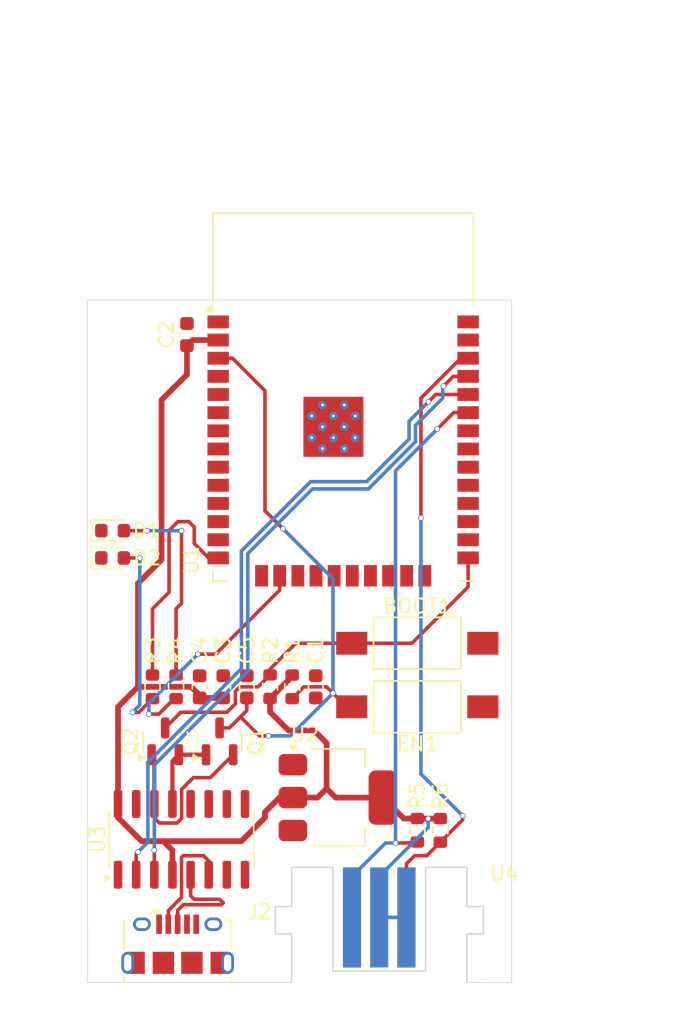
<source format=kicad_pcb>
(kicad_pcb (version 20240108) (generator "pcbnew") (generator_version "8.0")
  (layers (0 "F.Cu" signal) (31 "B.Cu" signal) (34 "B.Paste" user) (35 "F.Paste" user) (36 "B.SilkS" user "B.Silkscreen") (37 "F.SilkS" user "F.Silkscreen") (38 "B.Mask" user) (39 "F.Mask" user) (44 "Edge.Cuts" user))
  (net 0 "")
  (net 1 "GND")
  (net 2 "ESP32_IO0")
  (net 3 "+5V")
  (net 4 "+3V3")
  (net 5 "ESP32_EN")
  (net 6 "Net-(D1-A)")
  (net 7 "Net-(D2-A)")
  (net 8 "D-")
  (net 11 "D+")
  (net 12 "Net-(Q1-G)")
  (net 13 "Net-(Q1-S)")
  (net 14 "Net-(U1-IO12)")
  (net 15 "Net-(U1-IO13)")
  (net 16 "SDA")
  (net 17 "SCL")
  (net 34 "TX-PROG")
  (net 44 "RX-PROG")
  (footprint "Button_Switch_SMD:SW_SPST_FSMSM" (layer "F.Cu") (at 103.886 69.85)
    (property "Reference" "BOOT1" (at 0 -2.6 0) (layer "F.SilkS"))
    (property "Value" "SW_Push")
    (fp_line (start -3.06 -1.81) (end 3.06 -1.81) (stroke (width 0.12)) (layer "F.SilkS"))
    (fp_line (start -3.06 1.81) (end -3.06 -1.81) (stroke (width 0.12)) (layer "F.SilkS"))
    (fp_line (start 3.06 -1.81) (end 3.06 1.81) (stroke (width 0.12)) (layer "F.SilkS"))
    (fp_line (start 3.06 1.81) (end -3.06 1.81) (stroke (width 0.12)) (layer "F.SilkS"))
    (pad "1" smd rect (at -4.59 0) (size 2.18 1.6) (layers "F.Cu" "F.Paste" "F.Mask") (net 2 "ESP32_IO0"))
    (pad "2" smd rect (at 4.59 0) (size 2.18 1.6) (layers "F.Cu" "F.Paste" "F.Mask") (net 1 "GND"))
  )
  (footprint "Resistor_SMD:R_0603_1608Metric" (layer "F.Cu") (at 93.575194 72.886265 90)
    (property "Reference" "R2" (at 2.528265 0.023806 90) (layer "F.SilkS"))
    (property "Value" "R_Small")
    (fp_line (start -0.237258 -0.5225) (end 0.237258 -0.5225) (stroke (width 0.12)) (layer "F.SilkS"))
    (fp_line (start -0.237258 0.5225) (end 0.237258 0.5225) (stroke (width 0.12)) (layer "F.SilkS"))
    (pad "1" smd roundrect (at -0.825 0 90) (size 0.8 0.95) (layers "F.Cu" "F.Paste" "F.Mask") (net 4 "+3V3"))
    (pad "2" smd roundrect (at 0.825 0 90) (size 0.8 0.95) (layers "F.Cu" "F.Paste" "F.Mask") (net 2 "ESP32_IO0"))
  )
  (footprint "Package_TO_SOT_SMD:SOT-23" (layer "F.Cu") (at 90.043 76.708 90)
    (property "Reference" "Q1" (at 0 2.54 90) (layer "F.SilkS"))
    (property "Value" "BSS138")
    (fp_line (start 0 -1.56) (end 0.65 -1.56) (stroke (width 0.12)) (layer "F.SilkS"))
    (fp_line (start 0 -1.56) (end -0.65 -1.56) (stroke (width 0.12)) (layer "F.SilkS"))
    (fp_line (start 0 1.56) (end 0.65 1.56) (stroke (width 0.12)) (layer "F.SilkS"))
    (fp_line (start 0 1.56) (end -0.65 1.56) (stroke (width 0.12)) (layer "F.SilkS"))
    (fp_poly (pts (xy -1.1625 -1.51) (xy -1.4025 -1.84) (xy -0.9225 -1.84) (xy -1.1625 -1.51)) (stroke (width 0.12)) (fill solid) (layer "F.SilkS"))
    (pad "1" smd roundrect (at -0.9375 -0.95 90) (size 1.475 0.6) (layers "F.Cu" "F.Paste" "F.Mask") (net 12 "Net-(Q1-G)"))
    (pad "2" smd roundrect (at -0.9375 0.95 90) (size 1.475 0.6) (layers "F.Cu" "F.Paste" "F.Mask") (net 13 "Net-(Q1-S)"))
    (pad "3" smd roundrect (at 0.9375 0 90) (size 1.475 0.6) (layers "F.Cu" "F.Paste" "F.Mask") (net 5 "ESP32_EN"))
  )
  (footprint "Connector_USB:USB_Micro-B_Amphenol_10118194_Horizontal" (layer "F.Cu") (at 87.106 90.902)
    (property "Reference" "J2" (at 5.731 -2.256 0) (layer "F.SilkS"))
    (property "Value" "USB_B_Micro")
    (fp_line (start -3.76 -1.66) (end -3.34 -1.66) (stroke (width 0.12)) (layer "F.SilkS"))
    (fp_line (start -3.76 0.32) (end -3.76 -1.66) (stroke (width 0.12)) (layer "F.SilkS"))
    (fp_line (start -3.76 2.69) (end -3.76 2.29) (stroke (width 0.12)) (layer "F.SilkS"))
    (fp_line (start -1.76 -1.89) (end -1.76 -2.34) (stroke (width 0.12)) (layer "F.SilkS"))
    (fp_line (start -1.31 -2.34) (end -1.76 -2.34) (stroke (width 0.12)) (layer "F.SilkS"))
    (fp_line (start 3.76 -1.66) (end 3.34 -1.66) (stroke (width 0.12)) (layer "F.SilkS"))
    (fp_line (start 3.76 0.32) (end 3.76 -1.66) (stroke (width 0.12)) (layer "F.SilkS"))
    (fp_line (start 3.76 2.29) (end 3.76 2.69) (stroke (width 0.12)) (layer "F.SilkS"))
    (pad "1" smd rect (at -1.3 -1.4) (size 0.4 1.35) (layers "F.Cu" "F.Paste" "F.Mask") (net 3 "+5V"))
    (pad "2" smd rect (at -0.65 -1.4) (size 0.4 1.35) (layers "F.Cu" "F.Paste" "F.Mask") (net 8 "D-"))
    (pad "3" smd rect (at 0 -1.4) (size 0.4 1.35) (layers "F.Cu" "F.Paste" "F.Mask") (net 11 "D+"))
    (pad "4" smd rect (at 0.65 -1.4) (size 0.4 1.35) (layers "F.Cu" "F.Paste" "F.Mask"))
    (pad "5" smd rect (at 1.3 -1.4) (size 0.4 1.35) (layers "F.Cu" "F.Paste" "F.Mask") (net 1 "GND"))
    (pad "6" thru_hole oval (at -3.5 1.3) (size 0.89 1.55) (drill oval 0.5 1.15) (layers "*.Cu" "*.Mask"))
    (pad "6" smd rect (at -2.9 1.3) (size 1.2 1.55) (layers "F.Cu" "F.Paste" "F.Mask"))
    (pad "6" thru_hole oval (at -2.5 -1.4) (size 1.25 0.95) (drill oval 0.85 0.55) (layers "*.Cu" "*.Mask"))
    (pad "6" smd rect (at -1 1.3) (size 1.5 1.55) (layers "F.Cu" "F.Paste" "F.Mask"))
    (pad "6" smd rect (at 1 1.3) (size 1.5 1.55) (layers "F.Cu" "F.Paste" "F.Mask"))
    (pad "6" thru_hole oval (at 2.5 -1.4) (size 1.25 0.95) (drill oval 0.85 0.55) (layers "*.Cu" "*.Mask"))
    (pad "6" smd rect (at 2.9 1.3) (size 1.2 1.55) (layers "F.Cu" "F.Paste" "F.Mask"))
    (pad "6" thru_hole oval (at 3.5 1.3) (size 0.89 1.55) (drill oval 0.5 1.15) (layers "*.Cu" "*.Mask"))
  )
  (footprint "Capacitor_SMD:C_0603_1608Metric" (layer "F.Cu") (at 88.646 72.898 90)
    (property "Reference" "C4" (at 2.54 0 90) (layer "F.SilkS"))
    (property "Value" "C")
    (fp_line (start -0.14058 -0.51) (end 0.14058 -0.51) (stroke (width 0.12)) (layer "F.SilkS"))
    (fp_line (start -0.14058 0.51) (end 0.14058 0.51) (stroke (width 0.12)) (layer "F.SilkS"))
    (pad "1" smd roundrect (at -0.775 0 90) (size 0.9 0.95) (layers "F.Cu" "F.Paste" "F.Mask") (net 4 "+3V3"))
    (pad "2" smd roundrect (at 0.775 0 90) (size 0.9 0.95) (layers "F.Cu" "F.Paste" "F.Mask") (net 1 "GND"))
  )
  (footprint "Button_Switch_SMD:SW_SPST_FSMSM" (layer "F.Cu") (at 103.886 74.295 180)
    (property "Reference" "EN1" (at 0 -2.6 360) (layer "F.SilkS"))
    (property "Value" "SW_Push")
    (fp_line (start 3.06 1.81) (end -3.06 1.81) (stroke (width 0.12)) (layer "F.SilkS"))
    (fp_line (start 3.06 -1.81) (end 3.06 1.81) (stroke (width 0.12)) (layer "F.SilkS"))
    (fp_line (start -3.06 1.81) (end -3.06 -1.81) (stroke (width 0.12)) (layer "F.SilkS"))
    (fp_line (start -3.06 -1.81) (end 3.06 -1.81) (stroke (width 0.12)) (layer "F.SilkS"))
    (pad "1" smd rect (at -4.59 0 180) (size 2.18 1.6) (layers "F.Cu" "F.Paste" "F.Mask") (net 1 "GND"))
    (pad "2" smd rect (at 4.59 0 180) (size 2.18 1.6) (layers "F.Cu" "F.Paste" "F.Mask") (net 5 "ESP32_EN"))
  )
  (footprint "LED_SMD:LED_0603_1608Metric" (layer "F.Cu") (at 82.55 61.976)
    (property "Reference" "D1" (at 2.3875 0 0) (layer "F.SilkS"))
    (property "Value" "LED")
    (fp_line (start -1.485 -0.735) (end -1.485 0.735) (stroke (width 0.12)) (layer "F.SilkS"))
    (fp_line (start -1.485 0.735) (end 0.8 0.735) (stroke (width 0.12)) (layer "F.SilkS"))
    (fp_line (start 0.8 -0.735) (end -1.485 -0.735) (stroke (width 0.12)) (layer "F.SilkS"))
    (pad "1" smd roundrect (at -0.7875 0) (size 0.875 0.95) (layers "F.Cu" "F.Paste" "F.Mask") (net 1 "GND"))
    (pad "2" smd roundrect (at 0.7875 0) (size 0.875 0.95) (layers "F.Cu" "F.Paste" "F.Mask") (net 6 "Net-(D1-A)"))
  )
  (footprint "LED_SMD:LED_0603_1608Metric" (layer "F.Cu") (at 82.55 63.881)
    (property "Reference" "D2" (at 2.413 0 360) (layer "F.SilkS"))
    (property "Value" "LED")
    (fp_line (start -1.485 -0.735) (end -1.485 0.735) (stroke (width 0.12)) (layer "F.SilkS"))
    (fp_line (start -1.485 0.735) (end 0.8 0.735) (stroke (width 0.12)) (layer "F.SilkS"))
    (fp_line (start 0.8 -0.735) (end -1.485 -0.735) (stroke (width 0.12)) (layer "F.SilkS"))
    (pad "1" smd roundrect (at -0.7875 0) (size 0.875 0.95) (layers "F.Cu" "F.Paste" "F.Mask") (net 1 "GND"))
    (pad "2" smd roundrect (at 0.7875 0) (size 0.875 0.95) (layers "F.Cu" "F.Paste" "F.Mask") (net 7 "Net-(D2-A)"))
  )
  (footprint "Resistor_SMD:R_0603_1608Metric" (layer "F.Cu") (at 85.344 72.898 -90)
    (property "Reference" "R3" (at -2.54 0 90) (layer "F.SilkS"))
    (property "Value" "R_Small")
    (fp_line (start -0.237258 0.5225) (end 0.237258 0.5225) (stroke (width 0.12)) (layer "F.SilkS"))
    (fp_line (start -0.237258 -0.5225) (end 0.237258 -0.5225) (stroke (width 0.12)) (layer "F.SilkS"))
    (pad "1" smd roundrect (at -0.825 0 270) (size 0.8 0.95) (layers "F.Cu" "F.Paste" "F.Mask") (net 14 "Net-(U1-IO12)"))
    (pad "2" smd roundrect (at 0.825 0 270) (size 0.8 0.95) (layers "F.Cu" "F.Paste" "F.Mask") (net 7 "Net-(D2-A)"))
  )
  (footprint "Capacitor_SMD:C_0603_1608Metric" (layer "F.Cu") (at 90.297 72.898 90)
    (property "Reference" "C3" (at 2.54 0 90) (layer "F.SilkS"))
    (property "Value" "C")
    (fp_line (start -0.14058 -0.51) (end 0.14058 -0.51) (stroke (width 0.12)) (layer "F.SilkS"))
    (fp_line (start -0.14058 0.51) (end 0.14058 0.51) (stroke (width 0.12)) (layer "F.SilkS"))
    (pad "1" smd roundrect (at -0.775 0 90) (size 0.9 0.95) (layers "F.Cu" "F.Paste" "F.Mask") (net 4 "+3V3"))
    (pad "2" smd roundrect (at 0.775 0 90) (size 0.9 0.95) (layers "F.Cu" "F.Paste" "F.Mask") (net 1 "GND"))
  )
  (footprint "wii:nunchuck" (layer "F.Cu") (at 103.124 89.027 180)
    (property "Reference" "U4" (at -6.858 3.048 360) (layer "F.SilkS"))
    (property "Value" "~")
    (fp_line (start 9.1878 0.7568) (end 9.1878 -1.1482) (stroke (width 0.1)) (layer "Edge.Cuts"))
    (fp_line (start 8.0378 3.5) (end 8.0378 0.7568) (stroke (width 0.1)) (layer "Edge.Cuts"))
    (fp_line (start 8.0378 0.7568) (end 9.1878 0.7568) (stroke (width 0.1)) (layer "Edge.Cuts"))
    (fp_line (start 8.0378 -1.1482) (end 9.1878 -1.1482) (stroke (width 0.1)) (layer "Edge.Cuts"))
    (fp_line (start 8.0378 -1.1482) (end 8.0378 -4.5432) (stroke (width 0.1)) (layer "Edge.Cuts"))
    (fp_line (start 5.15 3.5) (end 8.0378 3.5) (stroke (width 0.1)) (layer "Edge.Cuts"))
    (fp_line (start 5.15 -3.75) (end 5.15 3.5) (stroke (width 0.1)) (layer "Edge.Cuts"))
    (fp_line (start -1.35 3.5) (end -1.35 -3.75) (stroke (width 0.1)) (layer "Edge.Cuts"))
    (fp_line (start -1.35 3.5) (end -4.2378 3.5) (stroke (width 0.1)) (layer "Edge.Cuts"))
    (fp_line (start -1.35 -3.75) (end 5.15 -3.75) (stroke (width 0.1)) (layer "Edge.Cuts"))
    (fp_line (start -4.2378 3.5) (end -4.2378 0.7568) (stroke (width 0.1)) (layer "Edge.Cuts"))
    (fp_line (start -4.2378 0.7568) (end -5.3878 0.7568) (stroke (width 0.1)) (layer "Edge.Cuts"))
    (fp_line (start -4.2378 -1.1482) (end -4.2378 -4.5432) (stroke (width 0.1)) (layer "Edge.Cuts"))
    (fp_line (start -4.2378 -1.1482) (end -5.3878 -1.1482) (stroke (width 0.1)) (layer "Edge.Cuts"))
    (fp_line (start -5.3878 0.7568) (end -5.3878 -1.1482) (stroke (width 0.1)) (layer "Edge.Cuts"))
    (pad "1" connect rect (at 0 0 180) (size 1.27 7) (layers "B.Cu" "F.Mask") (net 4 "+3V3"))
    (pad "1" connect rect (at 1.905 0 180) (size 1.27 7) (layers "B.Cu" "F.Mask") (net 4 "+3V3"))
    (pad "2" connect rect (at 3.81 0 180) (size 1.27 7) (layers "F.Cu" "F.Mask") (net 1 "GND"))
    (pad "3" connect rect (at 3.81 0 180) (size 1.27 7) (layers "B.Cu" "F.Mask") (net 16 "SDA"))
    (pad "4" connect rect (at 0 0 180) (size 1.27 7) (layers "F.Cu" "F.Mask") (net 17 "SCL"))
  )
  (footprint "Resistor_SMD:R_0603_1608Metric" (layer "F.Cu") (at 103.886 82.931 90)
    (property "Reference" "R5" (at 2.413 0 90) (layer "F.SilkS"))
    (property "Value" "R_Small")
    (fp_line (start -0.237258 -0.5225) (end 0.237258 -0.5225) (stroke (width 0.12)) (layer "F.SilkS"))
    (fp_line (start -0.237258 0.5225) (end 0.237258 0.5225) (stroke (width 0.12)) (layer "F.SilkS"))
    (pad "1" smd roundrect (at -0.825 0 90) (size 0.8 0.95) (layers "F.Cu" "F.Paste" "F.Mask") (net 16 "SDA"))
    (pad "2" smd roundrect (at 0.825 0 90) (size 0.8 0.95) (layers "F.Cu" "F.Paste" "F.Mask") (net 4 "+3V3"))
  )
  (footprint "Capacitor_SMD:C_0603_1608Metric" (layer "F.Cu") (at 87.757 48.26 90)
    (property "Reference" "C2" (at 0 -1.43 90) (layer "F.SilkS"))
    (property "Value" "C")
    (fp_line (start -0.14058 -0.51) (end 0.14058 -0.51) (stroke (width 0.12)) (layer "F.SilkS"))
    (fp_line (start -0.14058 0.51) (end 0.14058 0.51) (stroke (width 0.12)) (layer "F.SilkS"))
    (pad "1" smd roundrect (at -0.775 0 90) (size 0.9 0.95) (layers "F.Cu" "F.Paste" "F.Mask") (net 4 "+3V3"))
    (pad "2" smd roundrect (at 0.775 0 90) (size 0.9 0.95) (layers "F.Cu" "F.Paste" "F.Mask") (net 1 "GND"))
  )
  (footprint "Capacitor_SMD:C_0603_1608Metric" (layer "F.Cu") (at 91.948 72.898 90)
    (property "Reference" "C5" (at 2.54 0 90) (layer "F.SilkS"))
    (property "Value" "C")
    (fp_line (start -0.14058 -0.51) (end 0.14058 -0.51) (stroke (width 0.12)) (layer "F.SilkS"))
    (fp_line (start -0.14058 0.51) (end 0.14058 0.51) (stroke (width 0.12)) (layer "F.SilkS"))
    (pad "1" smd roundrect (at -0.775 0 90) (size 0.9 0.95) (layers "F.Cu" "F.Paste" "F.Mask") (net 5 "ESP32_EN"))
    (pad "2" smd roundrect (at 0.775 0 90) (size 0.9 0.95) (layers "F.Cu" "F.Paste" "F.Mask") (net 1 "GND"))
  )
  (footprint "Package_TO_SOT_SMD:SOT-223-3_TabPin2" (layer "F.Cu") (at 98.323 80.645)
    (property "Reference" "U2" (at -2.311 -4.445 0) (layer "F.SilkS"))
    (property "Value" "AMS1117-3.3")
    (fp_line (start -1.85 -3.41) (end 1.91 -3.41) (stroke (width 0.12)) (layer "F.SilkS"))
    (fp_line (start -1.85 3.41) (end 1.91 3.41) (stroke (width 0.12)) (layer "F.SilkS"))
    (fp_line (start 1.91 -3.41) (end 1.91 -2.15) (stroke (width 0.12)) (layer "F.SilkS"))
    (fp_line (start 1.91 3.41) (end 1.91 2.15) (stroke (width 0.12)) (layer "F.SilkS"))
    (fp_poly (pts (xy -3.13 -3.31) (xy -3.37 -3.64) (xy -2.89 -3.64) (xy -3.13 -3.31)) (stroke (width 0.12)) (fill solid) (layer "F.SilkS"))
    (pad "1" smd roundrect (at -3.15 -2.3) (size 2 1.5) (layers "F.Cu" "F.Paste" "F.Mask") (net 1 "GND"))
    (pad "2" smd roundrect (at -3.15 0) (size 2 1.5) (layers "F.Cu" "F.Paste" "F.Mask") (net 4 "+3V3"))
    (pad "2" smd roundrect (at 3.15 0) (size 2 3.8) (layers "F.Cu" "F.Paste" "F.Mask") (net 4 "+3V3"))
    (pad "3" smd roundrect (at -3.15 2.3) (size 2 1.5) (layers "F.Cu" "F.Paste" "F.Mask") (net 3 "+5V"))
  )
  (footprint "Resistor_SMD:R_0603_1608Metric" (layer "F.Cu") (at 105.495277 82.939067 90)
    (property "Reference" "R6" (at 2.413 0 90) (layer "F.SilkS"))
    (property "Value" "R_Small")
    (fp_line (start -0.237258 -0.5225) (end 0.237258 -0.5225) (stroke (width 0.12)) (layer "F.SilkS"))
    (fp_line (start -0.237258 0.5225) (end 0.237258 0.5225) (stroke (width 0.12)) (layer "F.SilkS"))
    (pad "1" smd roundrect (at -0.825 0 90) (size 0.8 0.95) (layers "F.Cu" "F.Paste" "F.Mask") (net 17 "SCL"))
    (pad "2" smd roundrect (at 0.825 0 90) (size 0.8 0.95) (layers "F.Cu" "F.Paste" "F.Mask") (net 4 "+3V3"))
  )
  (footprint "Capacitor_SMD:C_0603_1608Metric" (layer "F.Cu") (at 96.774 72.898 90)
    (property "Reference" "C1" (at 2.527 0 90) (layer "F.SilkS"))
    (property "Value" "C")
    (fp_line (start -0.14058 -0.51) (end 0.14058 -0.51) (stroke (width 0.12)) (layer "F.SilkS"))
    (fp_line (start -0.14058 0.51) (end 0.14058 0.51) (stroke (width 0.12)) (layer "F.SilkS"))
    (pad "1" smd roundrect (at -0.775 0 90) (size 0.9 0.95) (layers "F.Cu" "F.Paste" "F.Mask") (net 3 "+5V"))
    (pad "2" smd roundrect (at 0.775 0 90) (size 0.9 0.95) (layers "F.Cu" "F.Paste" "F.Mask") (net 1 "GND"))
  )
  (footprint "Package_TO_SOT_SMD:SOT-23" (layer "F.Cu") (at 86.233 76.708 90)
    (property "Reference" "Q2" (at 0 -2.4 90) (layer "F.SilkS"))
    (property "Value" "BSS138")
    (fp_line (start 0 -1.56) (end 0.65 -1.56) (stroke (width 0.12)) (layer "F.SilkS"))
    (fp_line (start 0 -1.56) (end -0.65 -1.56) (stroke (width 0.12)) (layer "F.SilkS"))
    (fp_line (start 0 1.56) (end 0.65 1.56) (stroke (width 0.12)) (layer "F.SilkS"))
    (fp_line (start 0 1.56) (end -0.65 1.56) (stroke (width 0.12)) (layer "F.SilkS"))
    (fp_poly (pts (xy -1.1625 -1.51) (xy -1.4025 -1.84) (xy -0.9225 -1.84) (xy -1.1625 -1.51)) (stroke (width 0.12)) (fill solid) (layer "F.SilkS"))
    (pad "1" smd roundrect (at -0.9375 -0.95 90) (size 1.475 0.6) (layers "F.Cu" "F.Paste" "F.Mask") (net 13 "Net-(Q1-S)"))
    (pad "2" smd roundrect (at -0.9375 0.95 90) (size 1.475 0.6) (layers "F.Cu" "F.Paste" "F.Mask") (net 12 "Net-(Q1-G)"))
    (pad "3" smd roundrect (at 0.9375 0 90) (size 1.475 0.6) (layers "F.Cu" "F.Paste" "F.Mask") (net 2 "ESP32_IO0"))
  )
  (footprint "Resistor_SMD:R_0603_1608Metric" (layer "F.Cu") (at 86.995 72.898 90)
    (property "Reference" "R4" (at 2.54 0 90) (layer "F.SilkS"))
    (property "Value" "R_Small")
    (fp_line (start -0.237258 -0.5225) (end 0.237258 -0.5225) (stroke (width 0.12)) (layer "F.SilkS"))
    (fp_line (start -0.237258 0.5225) (end 0.237258 0.5225) (stroke (width 0.12)) (layer "F.SilkS"))
    (pad "1" smd roundrect (at -0.825 0 90) (size 0.8 0.95) (layers "F.Cu" "F.Paste" "F.Mask") (net 15 "Net-(U1-IO13)"))
    (pad "2" smd roundrect (at 0.825 0 90) (size 0.8 0.95) (layers "F.Cu" "F.Paste" "F.Mask") (net 6 "Net-(D1-A)"))
  )
  (footprint "Package_SO:SOIC-16_3.9x9.9mm_P1.27mm" (layer "F.Cu") (at 87.376 83.566 90)
    (property "Reference" "U3" (at 0 -5.9 90) (layer "F.SilkS"))
    (property "Value" "CH340C")
    (fp_line (start 0 -5.06) (end 1.95 -5.06) (stroke (width 0.12)) (layer "F.SilkS"))
    (fp_line (start 0 -5.06) (end -1.95 -5.06) (stroke (width 0.12)) (layer "F.SilkS"))
    (fp_line (start 0 5.06) (end 1.95 5.06) (stroke (width 0.12)) (layer "F.SilkS"))
    (fp_line (start 0 5.06) (end -1.95 5.06) (stroke (width 0.12)) (layer "F.SilkS"))
    (fp_poly (pts (xy -2.7 -5.005) (xy -2.94 -5.335) (xy -2.46 -5.335) (xy -2.7 -5.005)) (stroke (width 0.12)) (fill solid) (layer "F.SilkS"))
    (pad "1" smd roundrect (at -2.475 -4.445 90) (size 1.95 0.6) (layers "F.Cu" "F.Paste" "F.Mask") (net 1 "GND"))
    (pad "2" smd roundrect (at -2.475 -3.175 90) (size 1.95 0.6) (layers "F.Cu" "F.Paste" "F.Mask") (net 34 "TX-PROG"))
    (pad "3" smd roundrect (at -2.475 -1.905 90) (size 1.95 0.6) (layers "F.Cu" "F.Paste" "F.Mask") (net 44 "RX-PROG"))
    (pad "4" smd roundrect (at -2.475 -0.635 90) (size 1.95 0.6) (layers "F.Cu" "F.Paste" "F.Mask") (net 4 "+3V3"))
    (pad "5" smd roundrect (at -2.475 0.635 90) (size 1.95 0.6) (layers "F.Cu" "F.Paste" "F.Mask") (net 11 "D+"))
    (pad "6" smd roundrect (at -2.475 1.905 90) (size 1.95 0.6) (layers "F.Cu" "F.Paste" "F.Mask") (net 8 "D-"))
    (pad "7" smd roundrect (at -2.475 3.175 90) (size 1.95 0.6) (layers "F.Cu" "F.Paste" "F.Mask"))
    (pad "8" smd roundrect (at -2.475 4.445 90) (size 1.95 0.6) (layers "F.Cu" "F.Paste" "F.Mask"))
    (pad "9" smd roundrect (at 2.475 4.445 90) (size 1.95 0.6) (layers "F.Cu" "F.Paste" "F.Mask"))
    (pad "10" smd roundrect (at 2.475 3.175 90) (size 1.95 0.6) (layers "F.Cu" "F.Paste" "F.Mask"))
    (pad "11" smd roundrect (at 2.475 1.905 90) (size 1.95 0.6) (layers "F.Cu" "F.Paste" "F.Mask"))
    (pad "12" smd roundrect (at 2.475 0.635 90) (size 1.95 0.6) (layers "F.Cu" "F.Paste" "F.Mask"))
    (pad "13" smd roundrect (at 2.475 -0.635 90) (size 1.95 0.6) (layers "F.Cu" "F.Paste" "F.Mask") (net 12 "Net-(Q1-G)"))
    (pad "14" smd roundrect (at 2.475 -1.905 90) (size 1.95 0.6) (layers "F.Cu" "F.Paste" "F.Mask") (net 13 "Net-(Q1-S)"))
    (pad "15" smd roundrect (at 2.475 -3.175 90) (size 1.95 0.6) (layers "F.Cu" "F.Paste" "F.Mask"))
    (pad "16" smd roundrect (at 2.475 -4.445 90) (size 1.95 0.6) (layers "F.Cu" "F.Paste" "F.Mask") (net 4 "+3V3"))
  )
  (footprint "RF_Module:ESP32-WROOM-32" (layer "F.Cu") (at 98.692 55.621)
    (property "Reference" "U1" (at -10.61 8.43 90) (layer "F.SilkS"))
    (property "Value" "ESP32-WROOM-32")
    (fp_line (start -9.12 -15.86) (end -9.12 -9.7) (stroke (width 0.12)) (layer "F.SilkS"))
    (fp_line (start -9.12 -15.86) (end 9.12 -15.86) (stroke (width 0.12)) (layer "F.SilkS"))
    (fp_line (start -9.12 9.1) (end -9.12 9.88) (stroke (width 0.12)) (layer "F.SilkS"))
    (fp_line (start -9.12 9.88) (end -8.12 9.88) (stroke (width 0.12)) (layer "F.SilkS"))
    (fp_line (start 9.12 -15.86) (end 9.12 -9.445) (stroke (width 0.12)) (layer "F.SilkS"))
    (fp_line (start 9.12 9.1) (end 9.12 9.88) (stroke (width 0.12)) (layer "F.SilkS"))
    (fp_line (start 9.12 9.88) (end 8.12 9.88) (stroke (width 0.12)) (layer "F.SilkS"))
    (fp_poly (pts (xy -9.125 -8.975) (xy -9.625 -8.975) (xy -9.125 -9.475) (xy -9.125 -8.975)) (stroke (width 0.12)) (fill solid) (layer "F.SilkS"))
    (pad "1" smd rect (at -8.75 -8.25) (size 1.5 0.9) (layers "F.Cu" "F.Paste" "F.Mask") (net 1 "GND"))
    (pad "2" smd rect (at -8.75 -6.98) (size 1.5 0.9) (layers "F.Cu" "F.Paste" "F.Mask") (net 4 "+3V3"))
    (pad "3" smd rect (at -8.75 -5.71) (size 1.5 0.9) (layers "F.Cu" "F.Paste" "F.Mask") (net 5 "ESP32_EN"))
    (pad "4" smd rect (at -8.75 -4.44) (size 1.5 0.9) (layers "F.Cu" "F.Paste" "F.Mask"))
    (pad "5" smd rect (at -8.75 -3.17) (size 1.5 0.9) (layers "F.Cu" "F.Paste" "F.Mask"))
    (pad "6" smd rect (at -8.75 -1.9) (size 1.5 0.9) (layers "F.Cu" "F.Paste" "F.Mask"))
    (pad "7" smd rect (at -8.75 -0.63) (size 1.5 0.9) (layers "F.Cu" "F.Paste" "F.Mask"))
    (pad "8" smd rect (at -8.75 0.64) (size 1.5 0.9) (layers "F.Cu" "F.Paste" "F.Mask"))
    (pad "9" smd rect (at -8.75 1.91) (size 1.5 0.9) (layers "F.Cu" "F.Paste" "F.Mask"))
    (pad "10" smd rect (at -8.75 3.18) (size 1.5 0.9) (layers "F.Cu" "F.Paste" "F.Mask"))
    (pad "11" smd rect (at -8.75 4.45) (size 1.5 0.9) (layers "F.Cu" "F.Paste" "F.Mask"))
    (pad "12" smd rect (at -8.75 5.72) (size 1.5 0.9) (layers "F.Cu" "F.Paste" "F.Mask"))
    (pad "13" smd rect (at -8.75 6.99) (size 1.5 0.9) (layers "F.Cu" "F.Paste" "F.Mask"))
    (pad "14" smd rect (at -8.75 8.26) (size 1.5 0.9) (layers "F.Cu" "F.Paste" "F.Mask") (net 14 "Net-(U1-IO12)"))
    (pad "15" smd rect (at -5.71 9.51 90) (size 1.5 0.9) (layers "F.Cu" "F.Paste" "F.Mask") (net 1 "GND"))
    (pad "16" smd rect (at -4.44 9.51 90) (size 1.5 0.9) (layers "F.Cu" "F.Paste" "F.Mask") (net 15 "Net-(U1-IO13)"))
    (pad "17" smd rect (at -3.17 9.51 90) (size 1.5 0.9) (layers "F.Cu" "F.Paste" "F.Mask"))
    (pad "18" smd rect (at -1.9 9.51 90) (size 1.5 0.9) (layers "F.Cu" "F.Paste" "F.Mask"))
    (pad "19" smd rect (at -0.63 9.51 90) (size 1.5 0.9) (layers "F.Cu" "F.Paste" "F.Mask"))
    (pad "20" smd rect (at 0.64 9.51 90) (size 1.5 0.9) (layers "F.Cu" "F.Paste" "F.Mask"))
    (pad "21" smd rect (at 1.91 9.51 90) (size 1.5 0.9) (layers "F.Cu" "F.Paste" "F.Mask"))
    (pad "22" smd rect (at 3.18 9.51 90) (size 1.5 0.9) (layers "F.Cu" "F.Paste" "F.Mask"))
    (pad "23" smd rect (at 4.45 9.51 90) (size 1.5 0.9) (layers "F.Cu" "F.Paste" "F.Mask"))
    (pad "24" smd rect (at 5.72 9.51 90) (size 1.5 0.9) (layers "F.Cu" "F.Paste" "F.Mask"))
    (pad "25" smd rect (at 8.75 8.26) (size 1.5 0.9) (layers "F.Cu" "F.Paste" "F.Mask") (net 2 "ESP32_IO0"))
    (pad "26" smd rect (at 8.75 6.99) (size 1.5 0.9) (layers "F.Cu" "F.Paste" "F.Mask"))
    (pad "27" smd rect (at 8.75 5.72) (size 1.5 0.9) (layers "F.Cu" "F.Paste" "F.Mask"))
    (pad "28" smd rect (at 8.75 4.45) (size 1.5 0.9) (layers "F.Cu" "F.Paste" "F.Mask"))
    (pad "29" smd rect (at 8.75 3.18) (size 1.5 0.9) (layers "F.Cu" "F.Paste" "F.Mask"))
    (pad "30" smd rect (at 8.75 1.91) (size 1.5 0.9) (layers "F.Cu" "F.Paste" "F.Mask"))
    (pad "31" smd rect (at 8.75 0.64) (size 1.5 0.9) (layers "F.Cu" "F.Paste" "F.Mask"))
    (pad "32" smd rect (at 8.75 -0.63) (size 1.5 0.9) (layers "F.Cu" "F.Paste" "F.Mask"))
    (pad "33" smd rect (at 8.75 -1.9) (size 1.5 0.9) (layers "F.Cu" "F.Paste" "F.Mask") (net 16 "SDA"))
    (pad "34" smd rect (at 8.75 -3.17) (size 1.5 0.9) (layers "F.Cu" "F.Paste" "F.Mask") (net 34 "TX-PROG"))
    (pad "35" smd rect (at 8.75 -4.44) (size 1.5 0.9) (layers "F.Cu" "F.Paste" "F.Mask") (net 44 "RX-PROG"))
    (pad "36" smd rect (at 8.75 -5.71) (size 1.5 0.9) (layers "F.Cu" "F.Paste" "F.Mask") (net 17 "SCL"))
    (pad "37" smd rect (at 8.75 -6.98) (size 1.5 0.9) (layers "F.Cu" "F.Paste" "F.Mask"))
    (pad "38" smd rect (at 8.75 -8.25) (size 1.5 0.9) (layers "F.Cu" "F.Paste" "F.Mask") (net 1 "GND"))
    (pad "39" smd rect (at -2.205 -2.435) (size 1.05 1.05) (layers "F.Cu" "F.Paste") (net 1 "GND"))
    (pad "39" thru_hole circle (at -2.205 -1.6725) (size 0.6 0.6) (drill 0.2) (property pad_prop_heatsink) (layers "*.Cu" "F.Mask") (net 1 "GND"))
    (pad "39" smd rect (at -2.205 -0.91) (size 1.05 1.05) (layers "F.Cu" "F.Paste") (net 1 "GND"))
    (pad "39" thru_hole circle (at -2.205 -0.1475) (size 0.6 0.6) (drill 0.2) (property pad_prop_heatsink) (layers "*.Cu" "F.Mask") (net 1 "GND"))
    (pad "39" smd rect (at -2.205 0.615) (size 1.05 1.05) (layers "F.Cu" "F.Paste") (net 1 "GND"))
    (pad "39" thru_hole circle (at -1.4425 -2.435) (size 0.6 0.6) (drill 0.2) (property pad_prop_heatsink) (layers "*.Cu" "F.Mask") (net 1 "GND"))
    (pad "39" thru_hole circle (at -1.4425 -0.91) (size 0.6 0.6) (drill 0.2) (property pad_prop_heatsink) (layers "*.Cu" "F.Mask") (net 1 "GND"))
    (pad "39" thru_hole circle (at -1.4425 0.615) (size 0.6 0.6) (drill 0.2) (property pad_prop_heatsink) (layers "*.Cu" "F.Mask") (net 1 "GND"))
    (pad "39" smd rect (at -0.68 -2.435) (size 1.05 1.05) (layers "F.Cu" "F.Paste") (net 1 "GND"))
    (pad "39" thru_hole circle (at -0.68 -1.6725) (size 0.6 0.6) (drill 0.2) (property pad_prop_heatsink) (layers "*.Cu" "F.Mask") (net 1 "GND"))
    (pad "39" smd rect (at -0.68 -0.91) (size 1.05 1.05) (layers "F.Cu" "F.Paste") (net 1 "GND"))
    (pad "39" smd rect (at -0.68 -0.91) (size 4.2 4.2) (layers "F.Cu" "F.Mask") (net 1 "GND"))
    (pad "39" thru_hole circle (at -0.68 -0.1475) (size 0.6 0.6) (drill 0.2) (property pad_prop_heatsink) (layers "*.Cu" "F.Mask") (net 1 "GND"))
    (pad "39" smd rect (at -0.68 0.615) (size 1.05 1.05) (layers "F.Cu" "F.Paste") (net 1 "GND"))
    (pad "39" thru_hole circle (at 0.0825 -2.435) (size 0.6 0.6) (drill 0.2) (property pad_prop_heatsink) (layers "*.Cu" "F.Mask") (net 1 "GND"))
    (pad "39" thru_hole circle (at 0.0825 -0.91) (size 0.6 0.6) (drill 0.2) (property pad_prop_heatsink) (layers "*.Cu" "F.Mask") (net 1 "GND"))
    (pad "39" thru_hole circle (at 0.0825 0.615) (size 0.6 0.6) (drill 0.2) (property pad_prop_heatsink) (layers "*.Cu" "F.Mask") (net 1 "GND"))
    (pad "39" smd rect (at 0.845 -2.435) (size 1.05 1.05) (layers "F.Cu" "F.Paste") (net 1 "GND"))
    (pad "39" thru_hole circle (at 0.845 -1.6725) (size 0.6 0.6) (drill 0.2) (property pad_prop_heatsink) (layers "*.Cu" "F.Mask") (net 1 "GND"))
    (pad "39" smd rect (at 0.845 -0.91) (size 1.05 1.05) (layers "F.Cu" "F.Paste") (net 1 "GND"))
    (pad "39" thru_hole circle (at 0.845 -0.1475) (size 0.6 0.6) (drill 0.2) (property pad_prop_heatsink) (layers "*.Cu" "F.Mask") (net 1 "GND"))
    (pad "39" smd rect (at 0.845 0.615) (size 1.05 1.05) (layers "F.Cu" "F.Paste") (net 1 "GND"))
  )
  (footprint "Resistor_SMD:R_0603_1608Metric" (layer "F.Cu") (at 95.123 72.898 -90)
    (property "Reference" "R1" (at -2.54 0 90) (layer "F.SilkS"))
    (property "Value" "R_Small")
    (fp_line (start -0.237258 0.5225) (end 0.237258 0.5225) (stroke (width 0.12)) (layer "F.SilkS"))
    (fp_line (start -0.237258 -0.5225) (end 0.237258 -0.5225) (stroke (width 0.12)) (layer "F.SilkS"))
    (pad "1" smd roundrect (at -0.825 0 270) (size 0.8 0.95) (layers "F.Cu" "F.Paste" "F.Mask") (net 4 "+3V3"))
    (pad "2" smd roundrect (at 0.825 0 270) (size 0.8 0.95) (layers "F.Cu" "F.Paste" "F.Mask") (net 5 "ESP32_EN"))
  )
  (gr_line (start 110.49 45.847) (end 110.49 93.599) (stroke (width 0.05)) (layer "Edge.Cuts"))
  (gr_line (start 80.772 45.847) (end 110.49 45.847) (stroke (width 0.05)) (layer "Edge.Cuts"))
  (gr_line (start 80.802539 93.567086) (end 80.772 45.847) (stroke (width 0.05)) (layer "Edge.Cuts"))
  (gr_line (start 95.0862 93.5702) (end 80.802539 93.567086) (stroke (width 0.05)) (layer "Edge.Cuts"))
  (gr_line (start 110.49 93.599) (end 107.3618 93.5702) (stroke (width 0.05)) (layer "Edge.Cuts"))
  (segment (start 93.575194 71.651806) (end 93.575194 72.061265) (width 0.25) (layer "F.Cu") (net 2))
  (segment (start 86.233 75.7705) (end 87.3275 74.676) (width 0.25) (layer "F.Cu") (net 2))
  (segment (start 103.505 69.85) (end 99.296 69.85) (width 0.25) (layer "F.Cu") (net 2))
  (segment (start 91.463948 72.898) (end 92.738459 72.898) (width 0.25) (layer "F.Cu") (net 2))
  (segment (start 92.738459 72.898) (end 93.575194 72.061265) (width 0.25) (layer "F.Cu") (net 2))
  (segment (start 95.377 69.85) (end 93.575194 71.651806) (width 0.25) (layer "F.Cu") (net 2))
  (segment (start 87.3275 74.676) (end 90.553052 74.676) (width 0.25) (layer "F.Cu") (net 2))
  (segment (start 91.148 74.081052) (end 91.148 73.213948) (width 0.25) (layer "F.Cu") (net 2))
  (segment (start 91.148 73.213948) (end 91.463948 72.898) (width 0.25) (layer "F.Cu") (net 2))
  (segment (start 90.553052 74.676) (end 91.148 74.081052) (width 0.25) (layer "F.Cu") (net 2))
  (segment (start 107.442 65.913) (end 103.505 69.85) (width 0.25) (layer "F.Cu") (net 2))
  (segment (start 99.296 69.85) (end 95.377 69.85) (width 0.25) (layer "F.Cu") (net 2))
  (segment (start 107.442 63.881) (end 107.442 65.913) (width 0.25) (layer "F.Cu") (net 2))
  (segment (start 84.328 65.659) (end 85.979 64.008) (width 0.4) (layer "F.Cu") (net 4))
  (segment (start 87.757 51.054) (end 87.757 49.035) (width 0.4) (layer "F.Cu") (net 4))
  (segment (start 88.055882 72.898) (end 88.646 73.488118) (width 0.4) (layer "F.Cu") (net 4))
  (segment (start 93.218 81.661) (end 93.218 82.042) (width 0.4) (layer "F.Cu") (net 4))
  (segment (start 103.886 82.106) (end 102.934 82.106) (width 0.4) (layer "F.Cu") (net 4))
  (segment (start 95.123 72.073) (end 95.123 72.163459) (width 0.4) (layer "F.Cu") (net 4))
  (segment (start 93.575194 74.652194) (end 93.575194 73.711265) (width 0.4) (layer "F.Cu") (net 4))
  (segment (start 94.869 75.946) (end 93.575194 74.652194) (width 0.4) (layer "F.Cu") (net 4))
  (segment (start 95.123 72.163459) (end 93.575194 73.711265) (width 0.4) (layer "F.Cu") (net 4))
  (segment (start 90.297 73.673) (end 88.646 73.673) (width 0.4) (layer "F.Cu") (net 4))
  (segment (start 94.234 80.645) (end 93.218 81.661) (width 0.4) (layer "F.Cu") (net 4))
  (segment (start 95.173 80.645) (end 96.901 80.645) (width 0.4) (layer "F.Cu") (net 4))
  (segment (start 104.648 82.114067) (end 103.894067 82.114067) (width 0.4) (layer "F.Cu") (net 4))
  (segment (start 89.942 48.641) (end 88.151 48.641) (width 0.4) (layer "F.Cu") (net 4))
  (segment (start 97.536 80.01) (end 97.536 76.835) (width 0.4) (layer "F.Cu") (net 4))
  (segment (start 95.173 80.645) (end 94.234 80.645) (width 0.4) (layer "F.Cu") (net 4))
  (segment (start 82.931 81.091) (end 82.931 74.295) (width 0.4) (layer "F.Cu") (net 4))
  (segment (start 98.171 80.645) (end 97.536 80.01) (width 0.4) (layer "F.Cu") (net 4))
  (segment (start 86.741 86.041) (end 86.741 84.328) (width 0.4) (layer "F.Cu") (net 4))
  (segment (start 88.646 73.488118) (end 88.646 73.673) (width 0.4) (layer "F.Cu") (net 4))
  (segment (start 86.106 83.693) (end 84.582 83.693) (width 0.4) (layer "F.Cu") (net 4))
  (segment (start 84.328 72.898) (end 84.328 65.659) (width 0.4) (layer "F.Cu") (net 4))
  (segment (start 96.901 80.645) (end 97.536 80.01) (width 0.4) (layer "F.Cu") (net 4))
  (segment (start 82.931 74.295) (end 84.328 72.898) (width 0.4) (layer "F.Cu") (net 4))
  (segment (start 85.979 64.008) (end 85.979 52.832) (width 0.4) (layer "F.Cu") (net 4))
  (segment (start 101.473 80.645) (end 98.171 80.645) (width 0.4) (layer "F.Cu") (net 4))
  (segment (start 93.218 82.042) (end 91.567 83.693) (width 0.4) (layer "F.Cu") (net 4))
  (segment (start 84.328 72.898) (end 88.055882 72.898) (width 0.4) (layer "F.Cu") (net 4))
  (segment (start 97.536 76.835) (end 96.647 75.946) (width 0.4) (layer "F.Cu") (net 4))
  (segment (start 84.582 83.693) (end 82.931 82.042) (width 0.4) (layer "F.Cu") (net 4))
  (segment (start 96.647 75.946) (end 94.869 75.946) (width 0.4) (layer "F.Cu") (net 4))
  (segment (start 103.894067 82.114067) (end 103.886 82.106) (width 0.4) (layer "F.Cu") (net 4))
  (segment (start 86.741 84.328) (end 86.106 83.693) (width 0.4) (layer "F.Cu") (net 4))
  (segment (start 88.151 48.641) (end 87.757 49.035) (width 0.4) (layer "F.Cu") (net 4))
  (segment (start 85.979 52.832) (end 87.757 51.054) (width 0.4) (layer "F.Cu") (net 4))
  (segment (start 82.931 82.042) (end 82.931 81.091) (width 0.4) (layer "F.Cu") (net 4))
  (segment (start 91.567 83.693) (end 86.106 83.693) (width 0.4) (layer "F.Cu") (net 4))
  (segment (start 105.495277 82.114067) (end 104.648 82.114067) (width 0.4) (layer "F.Cu") (net 4))
  (segment (start 102.934 82.106) (end 101.473 80.645) (width 0.4) (layer "F.Cu") (net 4))
  (via (at 104.648 82.114067) (size 0.4) (drill 0.3) (layers "F.Cu" "B.Cu") (net 4))
  (segment (start 104.648 82.733) (end 104.648 82.114067) (width 0.25) (layer "B.Cu") (net 4))
  (segment (start 103.124 89.027) (end 101.219 89.027) (width 0.25) (layer "B.Cu") (net 4))
  (segment (start 101.219 86.162) (end 104.648 82.733) (width 0.25) (layer "B.Cu") (net 4))
  (segment (start 101.219 89.027) (end 101.219 86.162) (width 0.25) (layer "B.Cu") (net 4))
  (segment (start 90.942 49.911) (end 93.218 52.187) (width 0.25) (layer "F.Cu") (net 5))
  (segment (start 93.218 53.086) (end 93.218 60.579) (width 0.25) (layer "F.Cu") (net 5))
  (segment (start 93.218 52.187) (end 93.218 53.086) (width 0.25) (layer "F.Cu") (net 5))
  (segment (start 89.942 49.911) (end 90.942 49.911) (width 0.25) (layer "F.Cu") (net 5))
  (segment (start 92.837 76.327) (end 93.472 76.327) (width 0.25) (layer "F.Cu") (net 5))
  (segment (start 91.5035 74.9935) (end 91.948 74.549) (width 0.25) (layer "F.Cu") (net 5))
  (segment (start 90.043 75.7705) (end 90.7265 75.7705) (width 0.25) (layer "F.Cu") (net 5))
  (segment (start 97.536 72.898) (end 95.948 72.898) (width 0.25) (layer "F.Cu") (net 5))
  (segment (start 90.7265 75.7705) (end 91.5035 74.9935) (width 0.25) (layer "F.Cu") (net 5))
  (segment (start 91.948 74.549) (end 91.948 73.673) (width 0.25) (layer "F.Cu") (net 5))
  (segment (start 91.5035 74.9935) (end 92.837 76.327) (width 0.25) (layer "F.Cu") (net 5))
  (segment (start 95.948 72.898) (end 95.123 73.723) (width 0.25) (layer "F.Cu") (net 5))
  (segment (start 99.296 74.295) (end 98.933 74.295) (width 0.25) (layer "F.Cu") (net 5))
  (segment (start 97.9805 73.3425) (end 97.536 72.898) (width 0.25) (layer "F.Cu") (net 5))
  (segment (start 98.933 74.295) (end 97.9805 73.3425) (width 0.25) (layer "F.Cu") (net 5))
  (segment (start 93.218 60.579) (end 94.488 61.849) (width 0.25) (layer "F.Cu") (net 5))
  (via (at 94.488 61.849) (size 0.4) (drill 0.3) (layers "F.Cu" "B.Cu") (net 5))
  (via (at 97.9805 73.3425) (size 0.4) (drill 0.3) (layers "F.Cu" "B.Cu") (net 5))
  (via (at 97.9805 73.3425) (size 0.4) (drill 0.3) (layers "F.Cu" "B.Cu") (net 5))
  (via (at 93.472 76.327) (size 0.4) (drill 0.3) (layers "F.Cu" "B.Cu") (net 5))
  (segment (start 94.996 76.327) (end 97.9805 73.3425) (width 0.25) (layer "B.Cu") (net 5))
  (segment (start 93.472 76.327) (end 94.996 76.327) (width 0.25) (layer "B.Cu") (net 5))
  (segment (start 97.9805 65.3415) (end 97.9805 73.3425) (width 0.25) (layer "B.Cu") (net 5))
  (segment (start 94.488 61.849) (end 97.9805 65.3415) (width 0.25) (layer "B.Cu") (net 5))
  (segment (start 86.995 72.073) (end 86.995 67.437) (width 0.25) (layer "F.Cu") (net 6))
  (segment (start 84.963 61.976) (end 83.3375 61.976) (width 0.25) (layer "F.Cu") (net 6))
  (segment (start 86.995 67.437) (end 87.376 67.056) (width 0.25) (layer "F.Cu") (net 6))
  (segment (start 87.376 67.056) (end 87.376 61.976) (width 0.25) (layer "F.Cu") (net 6))
  (via (at 84.963 61.976) (size 0.4) (drill 0.3) (layers "F.Cu" "B.Cu") (net 6))
  (via (at 87.376 61.976) (size 0.4) (drill 0.3) (layers "F.Cu" "B.Cu") (net 6))
  (segment (start 87.376 61.976) (end 84.963 61.976) (width 0.25) (layer "B.Cu") (net 6))
  (segment (start 84.391 74.676) (end 85.344 73.723) (width 0.25) (layer "F.Cu") (net 7))
  (segment (start 83.947 74.676) (end 84.391 74.676) (width 0.25) (layer "F.Cu") (net 7))
  (segment (start 83.3375 63.881) (end 84.455 63.881) (width 0.25) (layer "F.Cu") (net 7))
  (via (at 83.947 74.676) (size 0.4) (drill 0.3) (layers "F.Cu" "B.Cu") (net 7))
  (via (at 84.455 63.881) (size 0.4) (drill 0.3) (layers "F.Cu" "B.Cu") (net 7))
  (segment (start 84.455 74.168) (end 83.947 74.676) (width 0.25) (layer "B.Cu") (net 7))
  (segment (start 84.455 63.881) (end 84.455 74.168) (width 0.25) (layer "B.Cu") (net 7))
  (segment (start 87.376 84.836) (end 87.503 84.709) (width 0.25) (layer "F.Cu") (net 8))
  (segment (start 88.923999 84.709) (end 89.281 85.066001) (width 0.25) (layer "F.Cu") (net 8))
  (segment (start 86.456 89.502) (end 86.456 88.55) (width 0.25) (layer "F.Cu") (net 8))
  (segment (start 86.456 88.55) (end 87.376 87.63) (width 0.25) (layer "F.Cu") (net 8))
  (segment (start 89.281 85.066001) (end 89.281 86.041) (width 0.25) (layer "F.Cu") (net 8))
  (segment (start 87.503 84.709) (end 88.923999 84.709) (width 0.25) (layer "F.Cu") (net 8))
  (segment (start 87.376 87.63) (end 87.376 84.836) (width 0.25) (layer "F.Cu") (net 8))
  (segment (start 87.106 89.502) (end 87.106 88.536396) (width 0.25) (layer "F.Cu") (net 11))
  (segment (start 87.106 88.536396) (end 87.504396 88.138) (width 0.25) (layer "F.Cu") (net 11))
  (segment (start 87.504396 88.138) (end 90.17 88.138) (width 0.25) (layer "F.Cu") (net 11))
  (segment (start 90.297 88.011) (end 90.043 87.757) (width 0.25) (layer "F.Cu") (net 11))
  (segment (start 88.011 87.503) (end 88.011 86.041) (width 0.25) (layer "F.Cu") (net 11))
  (segment (start 90.043 87.757) (end 88.265 87.757) (width 0.25) (layer "F.Cu") (net 11))
  (segment (start 90.17 88.138) (end 90.297 88.011) (width 0.25) (layer "F.Cu") (net 11))
  (segment (start 88.265 87.757) (end 88.011 87.503) (width 0.25) (layer "F.Cu") (net 11))
  (segment (start 89.093 77.6455) (end 87.183 77.6455) (width 0.3) (layer "F.Cu") (net 12))
  (segment (start 86.741 78.0875) (end 87.183 77.6455) (width 0.3) (layer "F.Cu") (net 12))
  (segment (start 86.741 81.091) (end 86.741 78.0875) (width 0.3) (layer "F.Cu") (net 12))
  (segment (start 87.386 82.096908) (end 87.059908 82.423) (width 0.25) (layer "F.Cu") (net 13))
  (segment (start 85.471 77.8335) (end 85.283 77.6455) (width 0.3) (layer "F.Cu") (net 13))
  (segment (start 85.471 81.091) (end 85.471 77.8335) (width 0.3) (layer "F.Cu") (net 13))
  (segment (start 85.471 82.065999) (end 85.471 81.091) (width 0.25) (layer "F.Cu") (net 13))
  (segment (start 89.3905 79.248) (end 88.203092 79.248) (width 0.25) (layer "F.Cu") (net 13))
  (segment (start 88.203092 79.248) (end 87.386 80.065092) (width 0.25) (layer "F.Cu") (net 13))
  (segment (start 85.828001 82.423) (end 85.471 82.065999) (width 0.25) (layer "F.Cu") (net 13))
  (segment (start 90.993 77.6455) (end 89.3905 79.248) (width 0.25) (layer "F.Cu") (net 13))
  (segment (start 87.386 80.065092) (end 87.386 82.096908) (width 0.25) (layer "F.Cu") (net 13))
  (segment (start 87.059908 82.423) (end 85.828001 82.423) (width 0.25) (layer "F.Cu") (net 13))
  (segment (start 88.265 61.722) (end 88.265 62.865) (width 0.25) (layer "F.Cu") (net 14))
  (segment (start 85.344 67.437) (end 86.504 66.277) (width 0.25) (layer "F.Cu") (net 14))
  (segment (start 89.281 63.881) (end 89.942 63.881) (width 0.25) (layer "F.Cu") (net 14))
  (segment (start 86.504 66.277) (end 86.504 61.959) (width 0.25) (layer "F.Cu") (net 14))
  (segment (start 87.884 61.341) (end 88.265 61.722) (width 0.25) (layer "F.Cu") (net 14))
  (segment (start 87.122 61.341) (end 87.884 61.341) (width 0.25) (layer "F.Cu") (net 14))
  (segment (start 86.504 61.959) (end 87.122 61.341) (width 0.25) (layer "F.Cu") (net 14))
  (segment (start 85.344 72.073) (end 85.344 67.437) (width 0.25) (layer "F.Cu") (net 14))
  (segment (start 88.265 62.865) (end 89.281 63.881) (width 0.25) (layer "F.Cu") (net 14))
  (segment (start 89.771 70.612) (end 88.519 70.612) (width 0.25) (layer "F.Cu") (net 15))
  (segment (start 86.867092 73.723) (end 86.995 73.723) (width 0.25) (layer "F.Cu") (net 15))
  (segment (start 94.252 65.131) (end 94.252 66.131) (width 0.25) (layer "F.Cu") (net 15))
  (segment (start 85.09 74.803) (end 85.787092 74.803) (width 0.25) (layer "F.Cu") (net 15))
  (segment (start 85.787092 74.803) (end 86.867092 73.723) (width 0.25) (layer "F.Cu") (net 15))
  (segment (start 94.252 66.131) (end 89.771 70.612) (width 0.25) (layer "F.Cu") (net 15))
  (via (at 85.09 74.803) (size 0.4) (drill 0.3) (layers "F.Cu" "B.Cu") (net 15))
  (via (at 88.519 70.612) (size 0.4) (drill 0.3) (layers "F.Cu" "B.Cu") (net 15))
  (segment (start 88.519 70.612) (end 85.09 74.041) (width 0.25) (layer "B.Cu") (net 15))
  (segment (start 85.09 74.041) (end 85.09 74.803) (width 0.25) (layer "B.Cu") (net 15))
  (segment (start 102.362 83.82) (end 103.822 83.82) (width 0.25) (layer "F.Cu") (net 16))
  (segment (start 106.426 53.721) (end 107.442 53.721) (width 0.25) (layer "F.Cu") (net 16))
  (segment (start 105.283 54.864) (end 106.426 53.721) (width 0.25) (layer "F.Cu") (net 16))
  (segment (start 103.822 83.82) (end 103.886 83.756) (width 0.25) (layer "F.Cu") (net 16))
  (via (at 102.362 83.82) (size 0.4) (drill 0.3) (layers "F.Cu" "B.Cu") (net 16))
  (via (at 105.283 54.864) (size 0.4) (drill 0.3) (layers "F.Cu" "B.Cu") (net 16))
  (segment (start 101.656 83.82) (end 102.362 83.82) (width 0.25) (layer "B.Cu") (net 16))
  (segment (start 102.362 57.785) (end 105.283 54.864) (width 0.25) (layer "B.Cu") (net 16))
  (segment (start 102.362 83.82) (end 102.362 57.785) (width 0.25) (layer "B.Cu") (net 16))
  (segment (start 99.314 86.162) (end 101.656 83.82) (width 0.25) (layer "B.Cu") (net 16))
  (segment (start 99.314 89.027) (end 99.314 86.162) (width 0.25) (layer "B.Cu") (net 16))
  (segment (start 103.124 89.027) (end 103.124 85.277) (width 0.25) (layer "F.Cu") (net 17))
  (segment (start 107.061 82.198344) (end 105.495277 83.764067) (width 0.25) (layer "F.Cu") (net 17))
  (segment (start 104.14 52.705) (end 104.14 61.087) (width 0.25) (layer "F.Cu") (net 17))
  (segment (start 107.442 49.911) (end 106.934 49.911) (width 0.25) (layer "F.Cu") (net 17))
  (segment (start 103.124 85.277) (end 103.692 84.709) (width 0.25) (layer "F.Cu") (net 17))
  (segment (start 104.550344 84.709) (end 105.495277 83.764067) (width 0.25) (layer "F.Cu") (net 17))
  (segment (start 103.692 84.709) (end 104.550344 84.709) (width 0.25) (layer "F.Cu") (net 17))
  (segment (start 106.934 49.911) (end 104.14 52.705) (width 0.25) (layer "F.Cu") (net 17))
  (segment (start 107.061 81.915) (end 107.061 82.198344) (width 0.25) (layer "F.Cu") (net 17))
  (via (at 104.14 61.087) (size 0.4) (drill 0.3) (layers "F.Cu" "B.Cu") (net 17))
  (via (at 107.061 81.915) (size 0.4) (drill 0.3) (layers "F.Cu" "B.Cu") (net 17))
  (segment (start 104.14 78.994) (end 107.061 81.915) (width 0.25) (layer "B.Cu") (net 17))
  (segment (start 104.14 61.087) (end 104.14 78.994) (width 0.25) (layer "B.Cu") (net 17))
  (segment (start 84.201 86.041) (end 84.201 84.582) (width 0.25) (layer "F.Cu") (net 34))
  (segment (start 105.173 52.451) (end 107.442 52.451) (width 0.25) (layer "F.Cu") (net 34))
  (segment (start 84.201 84.582) (end 84.328 84.455) (width 0.25) (layer "F.Cu") (net 34))
  (segment (start 104.665 52.959) (end 105.173 52.451) (width 0.25) (layer "F.Cu") (net 34))
  (via (at 104.665 52.959) (size 0.4) (drill 0.3) (layers "F.Cu" "B.Cu") (net 34))
  (via (at 84.328 84.455) (size 0.4) (drill 0.3) (layers "F.Cu" "B.Cu") (net 34))
  (segment (start 91.567 71.626604) (end 91.567 63.391141) (width 0.25) (layer "B.Cu") (net 34))
  (segment (start 85.021 78.172604) (end 91.567 71.626604) (width 0.25) (layer "B.Cu") (net 34))
  (segment (start 91.567 63.391141) (end 96.411141 58.547) (width 0.25) (layer "B.Cu") (net 34))
  (segment (start 101.462 57.415) (end 101.462 57.412208) (width 0.25) (layer "B.Cu") (net 34))
  (segment (start 85.021 83.762) (end 85.021 78.172604) (width 0.25) (layer "B.Cu") (net 34))
  (segment (start 103.309 54.315) (end 104.665 52.959) (width 0.25) (layer "B.Cu") (net 34))
  (segment (start 96.411141 58.547) (end 100.33 58.547) (width 0.25) (layer "B.Cu") (net 34))
  (segment (start 100.33 58.547) (end 101.462 57.415) (width 0.25) (layer "B.Cu") (net 34))
  (segment (start 84.328 84.455) (end 85.021 83.762) (width 0.25) (layer "B.Cu") (net 34))
  (segment (start 101.462 57.412208) (end 103.309 55.565208) (width 0.25) (layer "B.Cu") (net 34))
  (segment (start 103.309 55.565208) (end 103.309 54.315) (width 0.25) (layer "B.Cu") (net 34))
  (segment (start 85.471 84.328) (end 85.471 86.041) (width 0.25) (layer "F.Cu") (net 44))
  (segment (start 106.406464 51.181) (end 105.717732 51.869732) (width 0.25) (layer "F.Cu") (net 44))
  (segment (start 107.442 51.181) (end 106.406464 51.181) (width 0.25) (layer "F.Cu") (net 44))
  (via (at 105.717732 51.869732) (size 0.4) (drill 0.3) (layers "F.Cu" "B.Cu") (net 44))
  (via (at 85.471 84.328) (size 0.4) (drill 0.3) (layers "F.Cu" "B.Cu") (net 44))
  (segment (start 103.759 54.61) (end 103.759 55.751604) (width 0.25) (layer "B.Cu") (net 44))
  (segment (start 100.458396 59.055) (end 96.539537 59.055) (width 0.25) (layer "B.Cu") (net 44))
  (segment (start 101.912 57.598604) (end 101.912 57.601396) (width 0.25) (layer "B.Cu") (net 44))
  (segment (start 105.664 52.705) (end 103.759 54.61) (width 0.25) (layer "B.Cu") (net 44))
  (segment (start 103.759 55.751604) (end 101.912 57.598604) (width 0.25) (layer "B.Cu") (net 44))
  (segment (start 92.017 71.813) (end 85.471 78.359) (width 0.25) (layer "B.Cu") (net 44))
  (segment (start 105.717732 51.869732) (end 105.664 51.923464) (width 0.25) (layer "B.Cu") (net 44))
  (segment (start 101.912 57.601396) (end 100.458396 59.055) (width 0.25) (layer "B.Cu") (net 44))
  (segment (start 85.471 78.359) (end 85.471 84.328) (width 0.25) (layer "B.Cu") (net 44))
  (segment (start 96.539537 59.055) (end 92.017 63.577537) (width 0.25) (layer "B.Cu") (net 44))
  (segment (start 92.017 63.577537) (end 92.017 71.813) (width 0.25) (layer "B.Cu") (net 44))
  (segment (start 105.664 51.923464) (end 105.664 52.705) (width 0.25) (layer "B.Cu") (net 44))
)
</source>
